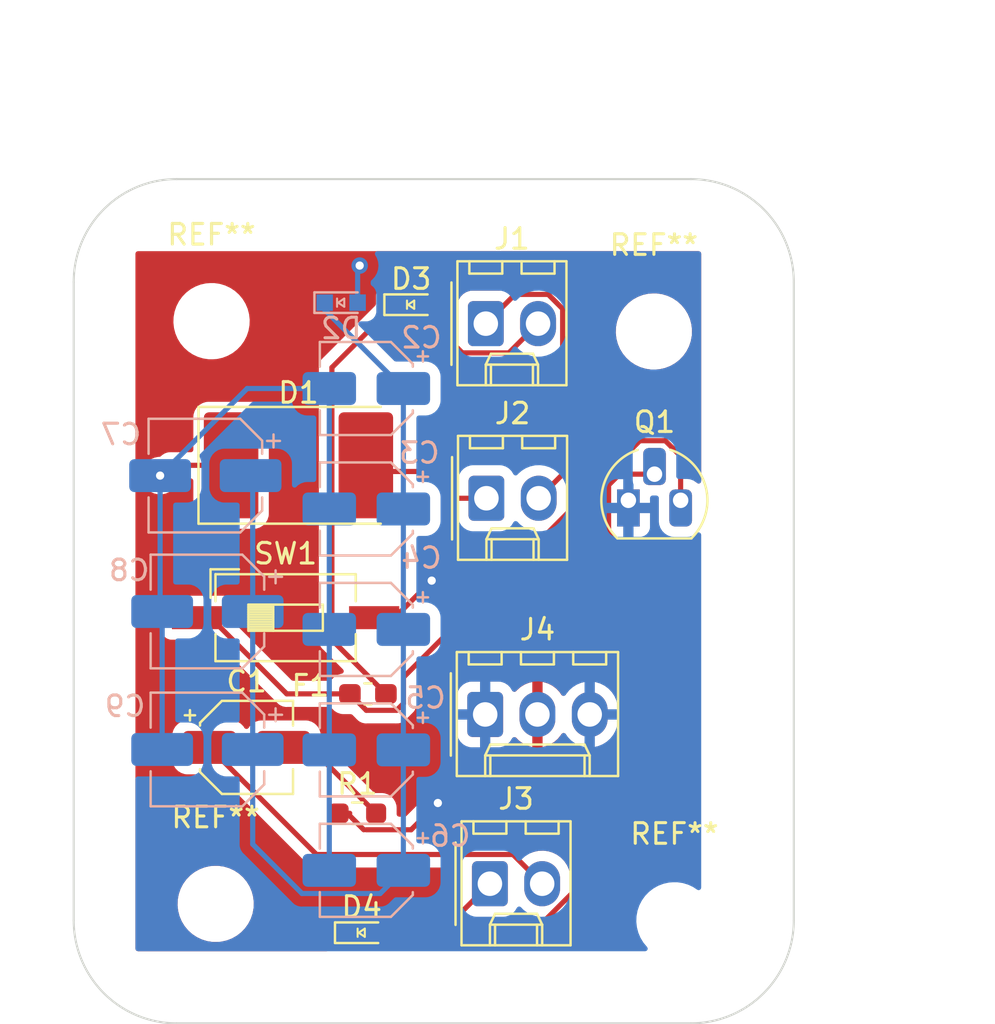
<source format=kicad_pcb>
(kicad_pcb (version 20221018) (generator pcbnew)
  (title_block (title "Template") (date "2022-08-16") (rev "0.0") (company "Illini Solar Car") (comment 1 "Designed By: Your Name"))
  (layers (0 "F.Cu" signal) (31 "B.Cu" signal) (34 "B.Paste" user) (35 "F.Paste" user) (36 "B.SilkS" user "B.Silkscreen") (37 "F.SilkS" user "F.Silkscreen") (38 "B.Mask" user) (39 "F.Mask" user) (44 "Edge.Cuts" user))
  (net 0 "")
  (net 1 "Net-(J3-Pin_2)")
  (net 2 "Net-(C1-Pad2)")
  (net 3 "+24V")
  (net 4 "Net-(D1-K)")
  (net 5 "Net-(D1-A)")
  (net 6 "Net-(D2-K)")
  (net 7 "Net-(D3-K)")
  (net 8 "/HORN_IN")
  (net 9 "/HORN_CTL")
  (net 10 "Net-(D4-A)")
  (net 11 "Net-(Q1-B1)")
  (net 12 "Net-(J1-Pin_1)")
  (net 13 "GND")
  (footprint "layout:LED_0603_Symbol_on_F.SilkS" (layer "F.Cu") (at 126.4 68.1)
    (fp_text reference "D3" (at 0 -1.25) (layer "F.SilkS"))
    (fp_text value "Debug LED2")
    (fp_line (start -1.3 -0.5) (end -1.3 0.5) (stroke (width 0.12)) (layer "F.SilkS"))
    (fp_line (start -1.3 -0.5) (end 0.8 -0.5) (stroke (width 0.12)) (layer "F.SilkS"))
    (fp_line (start -1.3 0.5) (end 0.8 0.5) (stroke (width 0.12)) (layer "F.SilkS"))
    (fp_line (start -0.2 -0.2) (end -0.2 0.2) (stroke (width 0.1)) (layer "F.SilkS"))
    (fp_line (start -0.15 0) (end 0.15 -0.2) (stroke (width 0.1)) (layer "F.SilkS"))
    (fp_line (start 0.15 -0.2) (end 0.15 0.2) (stroke (width 0.1)) (layer "F.SilkS"))
    (fp_line (start 0.15 0.2) (end -0.15 0) (stroke (width 0.1)) (layer "F.SilkS"))
    (pad "1" smd rect (at -0.8 0 180) (size 0.8 0.8) (layers "F.Cu" "F.Paste" "F.Mask") (net 7 "Net-(D3-K)"))
    (pad "2" smd rect (at 0.8 0 180) (size 0.8 0.8) (layers "F.Cu" "F.Paste" "F.Mask") (net 8 "/HORN_IN"))
  )
  (footprint "Capacitor_SMD:CP_Elec_4x3" (layer "F.Cu") (at 118.4 89.6)
    (fp_text reference "C1" (at 0 -3.2) (layer "F.SilkS"))
    (fp_text value ".1 uF")
    (fp_line (start -3 -1.56) (end -2.5 -1.56) (stroke (width 0.12)) (layer "F.SilkS"))
    (fp_line (start -2.75 -1.81) (end -2.75 -1.31) (stroke (width 0.12)) (layer "F.SilkS"))
    (fp_line (start -2.26 -1.195563) (end -2.26 -1.06) (stroke (width 0.12)) (layer "F.SilkS"))
    (fp_line (start -2.26 -1.195563) (end -1.195563 -2.26) (stroke (width 0.12)) (layer "F.SilkS"))
    (fp_line (start -2.26 1.195563) (end -2.26 1.06) (stroke (width 0.12)) (layer "F.SilkS"))
    (fp_line (start -2.26 1.195563) (end -1.195563 2.26) (stroke (width 0.12)) (layer "F.SilkS"))
    (fp_line (start -1.195563 -2.26) (end 2.26 -2.26) (stroke (width 0.12)) (layer "F.SilkS"))
    (fp_line (start -1.195563 2.26) (end 2.26 2.26) (stroke (width 0.12)) (layer "F.SilkS"))
    (fp_line (start 2.26 -2.26) (end 2.26 -1.06) (stroke (width 0.12)) (layer "F.SilkS"))
    (fp_line (start 2.26 2.26) (end 2.26 1.06) (stroke (width 0.12)) (layer "F.SilkS"))
    (pad "1" smd roundrect (at -1.8 0) (size 2.6 1.6) (layers "F.Cu" "F.Paste" "F.Mask") (roundrect_rratio 0.15625) (net 1 "Net-(J3-Pin_2)"))
    (pad "2" smd roundrect (at 1.8 0) (size 2.6 1.6) (layers "F.Cu" "F.Paste" "F.Mask") (roundrect_rratio 0.15625) (net 2 "Net-(C1-Pad2)"))
  )
  (footprint "MountingHole:MountingHole_3.2mm_M3" (layer "F.Cu") (at 116.9 97.2)
    (fp_text reference "REF**" (at 0 -4.2) (layer "F.SilkS"))
    (fp_text value "MountingHole_3.2mm_M3")
    (pad "" np_thru_hole circle (at 0 0) (size 3.2 3.2) (drill 3.2) (layers "*.Cu" "*.Mask"))
  )
  (footprint "layout:LED_0603_Symbol_on_F.SilkS" (layer "F.Cu") (at 124 98.6)
    (fp_text reference "D4" (at 0 -1.25) (layer "F.SilkS"))
    (fp_text value "Debug LED3")
    (fp_line (start -1.3 -0.5) (end -1.3 0.5) (stroke (width 0.12)) (layer "F.SilkS"))
    (fp_line (start -1.3 -0.5) (end 0.8 -0.5) (stroke (width 0.12)) (layer "F.SilkS"))
    (fp_line (start -1.3 0.5) (end 0.8 0.5) (stroke (width 0.12)) (layer "F.SilkS"))
    (fp_line (start -0.2 -0.2) (end -0.2 0.2) (stroke (width 0.1)) (layer "F.SilkS"))
    (fp_line (start -0.15 0) (end 0.15 -0.2) (stroke (width 0.1)) (layer "F.SilkS"))
    (fp_line (start 0.15 -0.2) (end 0.15 0.2) (stroke (width 0.1)) (layer "F.SilkS"))
    (fp_line (start 0.15 0.2) (end -0.15 0) (stroke (width 0.1)) (layer "F.SilkS"))
    (pad "1" smd rect (at -0.8 0 180) (size 0.8 0.8) (layers "F.Cu" "F.Paste" "F.Mask") (net 9 "/HORN_CTL"))
    (pad "2" smd rect (at 0.8 0 180) (size 0.8 0.8) (layers "F.Cu" "F.Paste" "F.Mask") (net 10 "Net-(D4-A)"))
  )
  (footprint "Fuse:Fuse_0603_1608Metric_Pad1.05x0.95mm_HandSolder" (layer "F.Cu") (at 124.3 87)
    (fp_text reference "F1" (at -2.8 -0.4) (layer "F.SilkS"))
    (fp_text value "2A")
    (fp_line (start -0.171267 -0.51) (end 0.171267 -0.51) (stroke (width 0.12)) (layer "F.SilkS"))
    (fp_line (start -0.171267 0.51) (end 0.171267 0.51) (stroke (width 0.12)) (layer "F.SilkS"))
    (pad "1" smd roundrect (at -0.875 0) (size 1.05 0.95) (layers "F.Cu" "F.Paste" "F.Mask") (net 11 "Net-(Q1-B1)"))
    (pad "2" smd roundrect (at 0.875 0) (size 1.05 0.95) (layers "F.Cu" "F.Paste" "F.Mask") (net 7 "Net-(D3-K)"))
  )
  (footprint "Connector_Molex:Molex_KK-254_AE-6410-02A_1x02_P2.54mm_Vertical" (layer "F.Cu") (at 130.06 77.5)
    (fp_text reference "J2" (at 1.27 -4.12) (layer "F.SilkS"))
    (fp_text value "Horn 2")
    (fp_line (start -1.67 -2) (end -1.67 2) (stroke (width 0.12)) (layer "F.SilkS"))
    (fp_line (start -1.38 -3.03) (end -1.38 2.99) (stroke (width 0.12)) (layer "F.SilkS"))
    (fp_line (start -1.38 2.99) (end 3.92 2.99) (stroke (width 0.12)) (layer "F.SilkS"))
    (fp_line (start -0.8 -3.03) (end -0.8 -2.43) (stroke (width 0.12)) (layer "F.SilkS"))
    (fp_line (start -0.8 -2.43) (end 0.8 -2.43) (stroke (width 0.12)) (layer "F.SilkS"))
    (fp_line (start 0 1.99) (end 0.25 1.46) (stroke (width 0.12)) (layer "F.SilkS"))
    (fp_line (start 0 1.99) (end 2.54 1.99) (stroke (width 0.12)) (layer "F.SilkS"))
    (fp_line (start 0 2.99) (end 0 1.99) (stroke (width 0.12)) (layer "F.SilkS"))
    (fp_line (start 0.25 1.46) (end 2.29 1.46) (stroke (width 0.12)) (layer "F.SilkS"))
    (fp_line (start 0.25 2.99) (end 0.25 1.99) (stroke (width 0.12)) (layer "F.SilkS"))
    (fp_line (start 0.8 -2.43) (end 0.8 -3.03) (stroke (width 0.12)) (layer "F.SilkS"))
    (fp_line (start 1.74 -3.03) (end 1.74 -2.43) (stroke (width 0.12)) (layer "F.SilkS"))
    (fp_line (start 1.74 -2.43) (end 3.34 -2.43) (stroke (width 0.12)) (layer "F.SilkS"))
    (fp_line (start 2.29 1.46) (end 2.54 1.99) (stroke (width 0.12)) (layer "F.SilkS"))
    (fp_line (start 2.29 2.99) (end 2.29 1.99) (stroke (width 0.12)) (layer "F.SilkS"))
    (fp_line (start 2.54 1.99) (end 2.54 2.99) (stroke (width 0.12)) (layer "F.SilkS"))
    (fp_line (start 3.34 -2.43) (end 3.34 -3.03) (stroke (width 0.12)) (layer "F.SilkS"))
    (fp_line (start 3.92 -3.03) (end -1.38 -3.03) (stroke (width 0.12)) (layer "F.SilkS"))
    (fp_line (start 3.92 2.99) (end 3.92 -3.03) (stroke (width 0.12)) (layer "F.SilkS"))
    (pad "1" thru_hole roundrect (at 0 0) (size 1.74 2.19) (drill 1.19) (layers "*.Cu" "*.Mask") (roundrect_rratio 0.1436781609) (net 5 "Net-(D1-A)"))
    (pad "2" thru_hole oval (at 2.54 0) (size 1.74 2.19) (drill 1.19) (layers "*.Cu" "*.Mask") (net 12 "Net-(J1-Pin_1)"))
  )
  (footprint "MountingHole:MountingHole_3.2mm_M3" (layer "F.Cu") (at 138.2 69.4)
    (fp_text reference "REF**" (at 0 -4.2) (layer "F.SilkS"))
    (fp_text value "MountingHole_3.2mm_M3")
    (pad "" np_thru_hole circle (at 0 0) (size 3.2 3.2) (drill 3.2) (layers "*.Cu" "*.Mask"))
  )
  (footprint "Resistor_SMD:R_0603_1608Metric_Pad0.98x0.95mm_HandSolder" (layer "F.Cu") (at 123.7875 92.8)
    (fp_text reference "R1" (at 0 -1.43) (layer "F.SilkS"))
    (fp_text value "1000 ohm")
    (fp_line (start -0.254724 -0.5225) (end 0.254724 -0.5225) (stroke (width 0.12)) (layer "F.SilkS"))
    (fp_line (start -0.254724 0.5225) (end 0.254724 0.5225) (stroke (width 0.12)) (layer "F.SilkS"))
    (pad "1" smd roundrect (at -0.9125 0) (size 0.975 0.95) (layers "F.Cu" "F.Paste" "F.Mask") (net 13 "GND"))
    (pad "2" smd roundrect (at 0.9125 0) (size 0.975 0.95) (layers "F.Cu" "F.Paste" "F.Mask") (net 2 "Net-(C1-Pad2)"))
  )
  (footprint "MountingHole:MountingHole_3.2mm_M3" (layer "F.Cu") (at 139.2 98)
    (fp_text reference "REF**" (at 0 -4.2) (layer "F.SilkS"))
    (fp_text value "MountingHole_3.2mm_M3")
    (pad "" np_thru_hole circle (at 0 0) (size 3.2 3.2) (drill 3.2) (layers "*.Cu" "*.Mask"))
  )
  (footprint "Connector_Molex:Molex_KK-254_AE-6410-02A_1x02_P2.54mm_Vertical" (layer "F.Cu") (at 130.23 96.22)
    (fp_text reference "J3" (at 1.27 -4.12) (layer "F.SilkS"))
    (fp_text value "Horn Control")
    (fp_line (start -1.67 -2) (end -1.67 2) (stroke (width 0.12)) (layer "F.SilkS"))
    (fp_line (start -1.38 -3.03) (end -1.38 2.99) (stroke (width 0.12)) (layer "F.SilkS"))
    (fp_line (start -1.38 2.99) (end 3.92 2.99) (stroke (width 0.12)) (layer "F.SilkS"))
    (fp_line (start -0.8 -3.03) (end -0.8 -2.43) (stroke (width 0.12)) (layer "F.SilkS"))
    (fp_line (start -0.8 -2.43) (end 0.8 -2.43) (stroke (width 0.12)) (layer "F.SilkS"))
    (fp_line (start 0 1.99) (end 0.25 1.46) (stroke (width 0.12)) (layer "F.SilkS"))
    (fp_line (start 0 1.99) (end 2.54 1.99) (stroke (width 0.12)) (layer "F.SilkS"))
    (fp_line (start 0 2.99) (end 0 1.99) (stroke (width 0.12)) (layer "F.SilkS"))
    (fp_line (start 0.25 1.46) (end 2.29 1.46) (stroke (width 0.12)) (layer "F.SilkS"))
    (fp_line (start 0.25 2.99) (end 0.25 1.99) (stroke (width 0.12)) (layer "F.SilkS"))
    (fp_line (start 0.8 -2.43) (end 0.8 -3.03) (stroke (width 0.12)) (layer "F.SilkS"))
    (fp_line (start 1.74 -3.03) (end 1.74 -2.43) (stroke (width 0.12)) (layer "F.SilkS"))
    (fp_line (start 1.74 -2.43) (end 3.34 -2.43) (stroke (width 0.12)) (layer "F.SilkS"))
    (fp_line (start 2.29 1.46) (end 2.54 1.99) (stroke (width 0.12)) (layer "F.SilkS"))
    (fp_line (start 2.29 2.99) (end 2.29 1.99) (stroke (width 0.12)) (layer "F.SilkS"))
    (fp_line (start 2.54 1.99) (end 2.54 2.99) (stroke (width 0.12)) (layer "F.SilkS"))
    (fp_line (start 3.34 -2.43) (end 3.34 -3.03) (stroke (width 0.12)) (layer "F.SilkS"))
    (fp_line (start 3.92 -3.03) (end -1.38 -3.03) (stroke (width 0.12)) (layer "F.SilkS"))
    (fp_line (start 3.92 2.99) (end 3.92 -3.03) (stroke (width 0.12)) (layer "F.SilkS"))
    (pad "1" thru_hole roundrect (at 0 0) (size 1.74 2.19) (drill 1.19) (layers "*.Cu" "*.Mask") (roundrect_rratio 0.1436781609) (net 10 "Net-(D4-A)"))
    (pad "2" thru_hole oval (at 2.54 0) (size 1.74 2.19) (drill 1.19) (layers "*.Cu" "*.Mask") (net 1 "Net-(J3-Pin_2)"))
  )
  (footprint "Connector_Molex:Molex_KK-254_AE-6410-02A_1x02_P2.54mm_Vertical" (layer "F.Cu") (at 130.03 69.02)
    (fp_text reference "J1" (at 1.27 -4.12) (layer "F.SilkS"))
    (fp_text value "Horn 1")
    (fp_line (start -1.67 -2) (end -1.67 2) (stroke (width 0.12)) (layer "F.SilkS"))
    (fp_line (start -1.38 -3.03) (end -1.38 2.99) (stroke (width 0.12)) (layer "F.SilkS"))
    (fp_line (start -1.38 2.99) (end 3.92 2.99) (stroke (width 0.12)) (layer "F.SilkS"))
    (fp_line (start -0.8 -3.03) (end -0.8 -2.43) (stroke (width 0.12)) (layer "F.SilkS"))
    (fp_line (start -0.8 -2.43) (end 0.8 -2.43) (stroke (width 0.12)) (layer "F.SilkS"))
    (fp_line (start 0 1.99) (end 0.25 1.46) (stroke (width 0.12)) (layer "F.SilkS"))
    (fp_line (start 0 1.99) (end 2.54 1.99) (stroke (width 0.12)) (layer "F.SilkS"))
    (fp_line (start 0 2.99) (end 0 1.99) (stroke (width 0.12)) (layer "F.SilkS"))
    (fp_line (start 0.25 1.46) (end 2.29 1.46) (stroke (width 0.12)) (layer "F.SilkS"))
    (fp_line (start 0.25 2.99) (end 0.25 1.99) (stroke (width 0.12)) (layer "F.SilkS"))
    (fp_line (start 0.8 -2.43) (end 0.8 -3.03) (stroke (width 0.12)) (layer "F.SilkS"))
    (fp_line (start 1.74 -3.03) (end 1.74 -2.43) (stroke (width 0.12)) (layer "F.SilkS"))
    (fp_line (start 1.74 -2.43) (end 3.34 -2.43) (stroke (width 0.12)) (layer "F.SilkS"))
    (fp_line (start 2.29 1.46) (end 2.54 1.99) (stroke (width 0.12)) (layer "F.SilkS"))
    (fp_line (start 2.29 2.99) (end 2.29 1.99) (stroke (width 0.12)) (layer "F.SilkS"))
    (fp_line (start 2.54 1.99) (end 2.54 2.99) (stroke (width 0.12)) (layer "F.SilkS"))
    (fp_line (start 3.34 -2.43) (end 3.34 -3.03) (stroke (width 0.12)) (layer "F.SilkS"))
    (fp_line (start 3.92 -3.03) (end -1.38 -3.03) (stroke (width 0.12)) (layer "F.SilkS"))
    (fp_line (start 3.92 2.99) (end 3.92 -3.03) (stroke (width 0.12)) (layer "F.SilkS"))
    (pad "1" thru_hole roundrect (at 0 0) (size 1.74 2.19) (drill 1.19) (layers "*.Cu" "*.Mask") (roundrect_rratio 0.1436781609) (net 12 "Net-(J1-Pin_1)"))
    (pad "2" thru_hole oval (at 2.54 0) (size 1.74 2.19) (drill 1.19) (layers "*.Cu" "*.Mask") (net 8 "/HORN_IN"))
  )
  (footprint "Button_Switch_SMD:SW_DIP_SPSTx01_Slide_6.7x4.1mm_W8.61mm_P2.54mm_LowProfile" (layer "F.Cu") (at 120.3 83.3)
    (fp_text reference "SW1" (at 0 -3.11) (layer "F.SilkS"))
    (fp_text value "Debug Switch")
    (fp_line (start -3.65 -2.35) (end -3.65 -0.967) (stroke (width 0.12)) (layer "F.SilkS"))
    (fp_line (start -3.65 -2.35) (end -2.267 -2.35) (stroke (width 0.12)) (layer "F.SilkS"))
    (fp_line (start -3.41 -2.11) (end -3.41 -0.8) (stroke (width 0.12)) (layer "F.SilkS"))
    (fp_line (start -3.41 -2.11) (end 3.41 -2.11) (stroke (width 0.12)) (layer "F.SilkS"))
    (fp_line (start -3.41 0.8) (end -3.41 2.11) (stroke (width 0.12)) (layer "F.SilkS"))
    (fp_line (start -3.41 2.11) (end 3.41 2.11) (stroke (width 0.12)) (layer "F.SilkS"))
    (fp_line (start -1.81 -0.635) (end -1.81 0.635) (stroke (width 0.12)) (layer "F.SilkS"))
    (fp_line (start -1.81 -0.515) (end -0.603333 -0.515) (stroke (width 0.12)) (layer "F.SilkS"))
    (fp_line (start -1.81 -0.395) (end -0.603333 -0.395) (stroke (width 0.12)) (layer "F.SilkS"))
    (fp_line (start -1.81 -0.275) (end -0.603333 -0.275) (stroke (width 0.12)) (layer "F.SilkS"))
    (fp_line (start -1.81 -0.155) (end -0.603333 -0.155) (stroke (width 0.12)) (layer "F.SilkS"))
    (fp_line (start -1.81 -0.035) (end -0.603333 -0.035) (stroke (width 0.12)) (layer "F.SilkS"))
    (fp_line (start -1.81 0.085) (end -0.603333 0.085) (stroke (width 0.12)) (layer "F.SilkS"))
    (fp_line (start -1.81 0.205) (end -0.603333 0.205) (stroke (width 0.12)) (layer "F.SilkS"))
    (fp_line (start -1.81 0.325) (end -0.603333 0.325) (stroke (width 0.12)) (layer "F.SilkS"))
    (fp_line (start -1.81 0.445) (end -0.603333 0.445) (stroke (width 0.12)) (layer "F.SilkS"))
    (fp_line (start -1.81 0.565) (end -0.603333 0.565) (stroke (width 0.12)) (layer "F.SilkS"))
    (fp_line (start -1.81 0.635) (end 1.81 0.635) (stroke (width 0.12)) (layer "F.SilkS"))
    (fp_line (start -0.603333 -0.635) (end -0.603333 0.635) (stroke (width 0.12)) (layer "F.SilkS"))
    (fp_line (start 1.81 -0.635) (end -1.81 -0.635) (stroke (width 0.12)) (layer "F.SilkS"))
    (fp_line (start 1.81 0.635) (end 1.81 -0.635) (stroke (width 0.12)) (layer "F.SilkS"))
    (fp_line (start 3.41 -2.11) (end 3.41 -0.8) (stroke (width 0.12)) (layer "F.SilkS"))
    (fp_line (start 3.41 0.8) (end 3.41 2.11) (stroke (width 0.12)) (layer "F.SilkS"))
    (pad "1" smd rect (at -4.305 0) (size 2.44 1.12) (layers "F.Cu" "F.Paste" "F.Mask") (net 11 "Net-(Q1-B1)"))
    (pad "2" smd rect (at 4.305 0) (size 2.44 1.12) (layers "F.Cu" "F.Paste" "F.Mask") (net 13 "GND"))
  )
  (footprint "MountingHole:MountingHole_3.2mm_M3" (layer "F.Cu") (at 116.7 68.9)
    (fp_text reference "REF**" (at 0 -4.2) (layer "F.SilkS"))
    (fp_text value "MountingHole_3.2mm_M3")
    (pad "" np_thru_hole circle (at 0 0) (size 3.2 3.2) (drill 3.2) (layers "*.Cu" "*.Mask"))
  )
  (footprint "Diode_SMD:D_3220_8050Metric_Pad2.65x5.15mm_HandSolder" (layer "F.Cu") (at 120.925 75.9)
    (fp_text reference "D1" (at 0 -3.52) (layer "F.SilkS"))
    (fp_text value "Rectifier Diode")
    (fp_line (start -4.86 -2.835) (end -4.86 2.835) (stroke (width 0.12)) (layer "F.SilkS"))
    (fp_line (start -4.86 2.835) (end 4 2.835) (stroke (width 0.12)) (layer "F.SilkS"))
    (fp_line (start 4 -2.835) (end -4.86 -2.835) (stroke (width 0.12)) (layer "F.SilkS"))
    (pad "1" smd roundrect (at -3.275 0) (size 2.65 5.15) (layers "F.Cu" "F.Paste" "F.Mask") (roundrect_rratio 0.09434) (net 4 "Net-(D1-K)"))
    (pad "2" smd roundrect (at 3.275 0) (size 2.65 5.15) (layers "F.Cu" "F.Paste" "F.Mask") (roundrect_rratio 0.09434) (net 5 "Net-(D1-A)"))
  )
  (footprint "Connector_Molex:Molex_KK-254_AE-6410-03A_1x03_P2.54mm_Vertical" (layer "F.Cu") (at 130 88)
    (fp_text reference "J4" (at 2.54 -4.12) (layer "F.SilkS"))
    (fp_text value "Power")
    (fp_line (start -1.67 -2) (end -1.67 2) (stroke (width 0.12)) (layer "F.SilkS"))
    (fp_line (start -1.38 -3.03) (end -1.38 2.99) (stroke (width 0.12)) (layer "F.SilkS"))
    (fp_line (start -1.38 2.99) (end 6.46 2.99) (stroke (width 0.12)) (layer "F.SilkS"))
    (fp_line (start -0.8 -3.03) (end -0.8 -2.43) (stroke (width 0.12)) (layer "F.SilkS"))
    (fp_line (start -0.8 -2.43) (end 0.8 -2.43) (stroke (width 0.12)) (layer "F.SilkS"))
    (fp_line (start 0 1.99) (end 0.25 1.46) (stroke (width 0.12)) (layer "F.SilkS"))
    (fp_line (start 0 1.99) (end 5.08 1.99) (stroke (width 0.12)) (layer "F.SilkS"))
    (fp_line (start 0 2.99) (end 0 1.99) (stroke (width 0.12)) (layer "F.SilkS"))
    (fp_line (start 0.25 1.46) (end 4.83 1.46) (stroke (width 0.12)) (layer "F.SilkS"))
    (fp_line (start 0.25 2.99) (end 0.25 1.99) (stroke (width 0.12)) (layer "F.SilkS"))
    (fp_line (start 0.8 -2.43) (end 0.8 -3.03) (stroke (width 0.12)) (layer "F.SilkS"))
    (fp_line (start 1.74 -3.03) (end 1.74 -2.43) (stroke (width 0.12)) (layer "F.SilkS"))
    (fp_line (start 1.74 -2.43) (end 3.34 -2.43) (stroke (width 0.12)) (layer "F.SilkS"))
    (fp_line (start 3.34 -2.43) (end 3.34 -3.03) (stroke (width 0.12)) (layer "F.SilkS"))
    (fp_line (start 4.28 -3.03) (end 4.28 -2.43) (stroke (width 0.12)) (layer "F.SilkS"))
    (fp_line (start 4.28 -2.43) (end 5.88 -2.43) (stroke (width 0.12)) (layer "F.SilkS"))
    (fp_line (start 4.83 1.46) (end 5.08 1.99) (stroke (width 0.12)) (layer "F.SilkS"))
    (fp_line (start 4.83 2.99) (end 4.83 1.99) (stroke (width 0.12)) (layer "F.SilkS"))
    (fp_line (start 5.08 1.99) (end 5.08 2.99) (stroke (width 0.12)) (layer "F.SilkS"))
    (fp_line (start 5.88 -2.43) (end 5.88 -3.03) (stroke (width 0.12)) (layer "F.SilkS"))
    (fp_line (start 6.46 -3.03) (end -1.38 -3.03) (stroke (width 0.12)) (layer "F.SilkS"))
    (fp_line (start 6.46 2.99) (end 6.46 -3.03) (stroke (width 0.12)) (layer "F.SilkS"))
    (pad "1" thru_hole roundrect (at 0 0) (size 1.74 2.19) (drill 1.19) (layers "*.Cu" "*.Mask") (roundrect_rratio 0.1436781609) (net 13 "GND"))
    (pad "2" thru_hole oval (at 2.54 0) (size 1.74 2.19) (drill 1.19) (layers "*.Cu" "*.Mask") (net 3 "+24V"))
    (pad "3" thru_hole oval (at 5.08 0) (size 1.74 2.19) (drill 1.19) (layers "*.Cu" "*.Mask") (net 13 "GND"))
  )
  (footprint "Package_TO_SOT_THT:TO-92L_HandSolder" (layer "F.Cu") (at 136.96 77.6)
    (fp_text reference "Q1" (at 1.27 -3.8) (layer "F.SilkS"))
    (fp_text value "N-type transistor")
    (fp_line (start -0.53 1.85) (end 3.07 1.85) (stroke (width 0.12)) (layer "F.SilkS"))
    (fp_arc (start -0.541453 1.842156) (mid -1.247298 -0.581475) (end 0.45 -2.45) (stroke (width 0.12)) (layer "F.SilkS"))
    (fp_arc (start 2.05 -2.45) (mid 3.769931 -0.601036) (end 3.078445 1.827684) (stroke (width 0.12)) (layer "F.SilkS"))
    (pad "1" thru_hole rect (at 0 0) (size 1.1 1.8) (drill 0.75 (offset 0 0.37206)) (layers "*.Cu" "*.Mask") (net 13 "GND"))
    (pad "2" thru_hole roundrect (at 1.27 -1.27) (size 1.1 1.8) (drill 0.75 (offset 0 -0.37206)) (layers "*.Cu" "*.Mask") (net 9 "/HORN_CTL"))
    (pad "3" thru_hole roundrect (at 2.54 0) (size 1.1 1.8) (drill 0.75 (offset 0 0.37206)) (layers "*.Cu" "*.Mask") (net 11 "Net-(Q1-B1)"))
  )
  (footprint "Capacitor_SMD:CP_Elec_4x3" (layer "B.Cu") (at 124.2225 83.87 180)
    (fp_text reference "C4" (at -2.6775 3.47) (layer "B.SilkS") (effects (justify mirror)))
    (fp_text value ".1 uF")
    (fp_line (start -3 1.56) (end -2.5 1.56) (stroke (width 0.12)) (layer "B.SilkS"))
    (fp_line (start -2.75 1.81) (end -2.75 1.31) (stroke (width 0.12)) (layer "B.SilkS"))
    (fp_line (start -2.26 -1.195563) (end -2.26 -1.06) (stroke (width 0.12)) (layer "B.SilkS"))
    (fp_line (start -2.26 -1.195563) (end -1.195563 -2.26) (stroke (width 0.12)) (layer "B.SilkS"))
    (fp_line (start -2.26 1.195563) (end -2.26 1.06) (stroke (width 0.12)) (layer "B.SilkS"))
    (fp_line (start -2.26 1.195563) (end -1.195563 2.26) (stroke (width 0.12)) (layer "B.SilkS"))
    (fp_line (start -1.195563 -2.26) (end 2.26 -2.26) (stroke (width 0.12)) (layer "B.SilkS"))
    (fp_line (start -1.195563 2.26) (end 2.26 2.26) (stroke (width 0.12)) (layer "B.SilkS"))
    (fp_line (start 2.26 -2.26) (end 2.26 -1.06) (stroke (width 0.12)) (layer "B.SilkS"))
    (fp_line (start 2.26 2.26) (end 2.26 1.06) (stroke (width 0.12)) (layer "B.SilkS"))
    (pad "1" smd roundrect (at -1.8 0 180) (size 2.6 1.6) (layers "B.Cu" "B.Paste" "B.Mask") (roundrect_rratio 0.15625) (net 6 "Net-(D2-K)"))
    (pad "2" smd roundrect (at 1.8 0 180) (size 2.6 1.6) (layers "B.Cu" "B.Paste" "B.Mask") (roundrect_rratio 0.15625) (net 4 "Net-(D1-K)"))
  )
  (footprint "Capacitor_SMD:CP_Elec_4x3" (layer "B.Cu") (at 124.2225 78.02 180)
    (fp_text reference "C3" (at -2.5775 2.72) (layer "B.SilkS") (effects (justify mirror)))
    (fp_text value ".1 uF")
    (fp_line (start -3 1.56) (end -2.5 1.56) (stroke (width 0.12)) (layer "B.SilkS"))
    (fp_line (start -2.75 1.81) (end -2.75 1.31) (stroke (width 0.12)) (layer "B.SilkS"))
    (fp_line (start -2.26 -1.195563) (end -2.26 -1.06) (stroke (width 0.12)) (layer "B.SilkS"))
    (fp_line (start -2.26 -1.195563) (end -1.195563 -2.26) (stroke (width 0.12)) (layer "B.SilkS"))
    (fp_line (start -2.26 1.195563) (end -2.26 1.06) (stroke (width 0.12)) (layer "B.SilkS"))
    (fp_line (start -2.26 1.195563) (end -1.195563 2.26) (stroke (width 0.12)) (layer "B.SilkS"))
    (fp_line (start -1.195563 -2.26) (end 2.26 -2.26) (stroke (width 0.12)) (layer "B.SilkS"))
    (fp_line (start -1.195563 2.26) (end 2.26 2.26) (stroke (width 0.12)) (layer "B.SilkS"))
    (fp_line (start 2.26 -2.26) (end 2.26 -1.06) (stroke (width 0.12)) (layer "B.SilkS"))
    (fp_line (start 2.26 2.26) (end 2.26 1.06) (stroke (width 0.12)) (layer "B.SilkS"))
    (pad "1" smd roundrect (at -1.8 0 180) (size 2.6 1.6) (layers "B.Cu" "B.Paste" "B.Mask") (roundrect_rratio 0.15625) (net 6 "Net-(D2-K)"))
    (pad "2" smd roundrect (at 1.8 0 180) (size 2.6 1.6) (layers "B.Cu" "B.Paste" "B.Mask") (roundrect_rratio 0.15625) (net 4 "Net-(D1-K)"))
  )
  (footprint "Capacitor_SMD:CP_Elec_4x5.4" (layer "B.Cu") (at 124.2225 95.57 180)
    (fp_text reference "C6" (at -4.0775 1.67) (layer "B.SilkS") (effects (justify mirror)))
    (fp_text value "1 uF")
    (fp_line (start -3 1.56) (end -2.5 1.56) (stroke (width 0.12)) (layer "B.SilkS"))
    (fp_line (start -2.75 1.81) (end -2.75 1.31) (stroke (width 0.12)) (layer "B.SilkS"))
    (fp_line (start -2.26 -1.195563) (end -2.26 -1.06) (stroke (width 0.12)) (layer "B.SilkS"))
    (fp_line (start -2.26 -1.195563) (end -1.195563 -2.26) (stroke (width 0.12)) (layer "B.SilkS"))
    (fp_line (start -2.26 1.195563) (end -2.26 1.06) (stroke (width 0.12)) (layer "B.SilkS"))
    (fp_line (start -2.26 1.195563) (end -1.195563 2.26) (stroke (width 0.12)) (layer "B.SilkS"))
    (fp_line (start -1.195563 -2.26) (end 2.26 -2.26) (stroke (width 0.12)) (layer "B.SilkS"))
    (fp_line (start -1.195563 2.26) (end 2.26 2.26) (stroke (width 0.12)) (layer "B.SilkS"))
    (fp_line (start 2.26 -2.26) (end 2.26 -1.06) (stroke (width 0.12)) (layer "B.SilkS"))
    (fp_line (start 2.26 2.26) (end 2.26 1.06) (stroke (width 0.12)) (layer "B.SilkS"))
    (pad "1" smd roundrect (at -1.8 0 180) (size 2.6 1.6) (layers "B.Cu" "B.Paste" "B.Mask") (roundrect_rratio 0.15625) (net 6 "Net-(D2-K)"))
    (pad "2" smd roundrect (at 1.8 0 180) (size 2.6 1.6) (layers "B.Cu" "B.Paste" "B.Mask") (roundrect_rratio 0.15625) (net 4 "Net-(D1-K)"))
  )
  (footprint "layout:LED_0603_Symbol_on_F.SilkS" (layer "B.Cu") (at 123 68)
    (fp_text reference "D2" (at 0 1.25) (layer "B.SilkS") (effects (justify mirror)))
    (fp_text value "Debug LED1")
    (fp_line (start -1.3 -0.5) (end 0.8 -0.5) (stroke (width 0.12)) (layer "B.SilkS"))
    (fp_line (start -1.3 0.5) (end -1.3 -0.5) (stroke (width 0.12)) (layer "B.SilkS"))
    (fp_line (start -1.3 0.5) (end 0.8 0.5) (stroke (width 0.12)) (layer "B.SilkS"))
    (fp_line (start -0.2 0.2) (end -0.2 -0.2) (stroke (width 0.1)) (layer "B.SilkS"))
    (fp_line (start -0.15 0) (end 0.15 0.2) (stroke (width 0.1)) (layer "B.SilkS"))
    (fp_line (start 0.15 -0.2) (end -0.15 0) (stroke (width 0.1)) (layer "B.SilkS"))
    (fp_line (start 0.15 0.2) (end 0.15 -0.2) (stroke (width 0.1)) (layer "B.SilkS"))
    (pad "1" smd rect (at -0.8 0 180) (size 0.8 0.8) (layers "B.Cu" "B.Paste" "B.Mask") (net 6 "Net-(D2-K)"))
    (pad "2" smd rect (at 0.8 0 180) (size 0.8 0.8) (layers "B.Cu" "B.Paste" "B.Mask") (net 3 "+24V"))
  )
  (footprint "Capacitor_SMD:CP_Elec_4x5.4" (layer "B.Cu") (at 124.2225 89.72 180)
    (fp_text reference "C5" (at -2.8775 2.52) (layer "B.SilkS") (effects (justify mirror)))
    (fp_text value "1 uF")
    (fp_line (start -3 1.56) (end -2.5 1.56) (stroke (width 0.12)) (layer "B.SilkS"))
    (fp_line (start -2.75 1.81) (end -2.75 1.31) (stroke (width 0.12)) (layer "B.SilkS"))
    (fp_line (start -2.26 -1.195563) (end -2.26 -1.06) (stroke (width 0.12)) (layer "B.SilkS"))
    (fp_line (start -2.26 -1.195563) (end -1.195563 -2.26) (stroke (width 0.12)) (layer "B.SilkS"))
    (fp_line (start -2.26 1.195563) (end -2.26 1.06) (stroke (width 0.12)) (layer "B.SilkS"))
    (fp_line (start -2.26 1.195563) (end -1.195563 2.26) (stroke (width 0.12)) (layer "B.SilkS"))
    (fp_line (start -1.195563 -2.26) (end 2.26 -2.26) (stroke (width 0.12)) (layer "B.SilkS"))
    (fp_line (start -1.195563 2.26) (end 2.26 2.26) (stroke (width 0.12)) (layer "B.SilkS"))
    (fp_line (start 2.26 -2.26) (end 2.26 -1.06) (stroke (width 0.12)) (layer "B.SilkS"))
    (fp_line (start 2.26 2.26) (end 2.26 1.06) (stroke (width 0.12)) (layer "B.SilkS"))
    (pad "1" smd roundrect (at -1.8 0 180) (size 2.6 1.6) (layers "B.Cu" "B.Paste" "B.Mask") (roundrect_rratio 0.15625) (net 6 "Net-(D2-K)"))
    (pad "2" smd roundrect (at 1.8 0 180) (size 2.6 1.6) (layers "B.Cu" "B.Paste" "B.Mask") (roundrect_rratio 0.15625) (net 4 "Net-(D1-K)"))
  )
  (footprint "Capacitor_SMD:CP_Elec_5x4.4" (layer "B.Cu") (at 116.4 76.4 180)
    (fp_text reference "C7" (at 4.1 2) (layer "B.SilkS") (effects (justify mirror)))
    (fp_text value "10 uF")
    (fp_line (start -3.625 1.685) (end -3 1.685) (stroke (width 0.12)) (layer "B.SilkS"))
    (fp_line (start -3.3125 1.9975) (end -3.3125 1.3725) (stroke (width 0.12)) (layer "B.SilkS"))
    (fp_line (start -2.76 -1.695563) (end -2.76 -1.06) (stroke (width 0.12)) (layer "B.SilkS"))
    (fp_line (start -2.76 -1.695563) (end -1.695563 -2.76) (stroke (width 0.12)) (layer "B.SilkS"))
    (fp_line (start -2.76 1.695563) (end -2.76 1.06) (stroke (width 0.12)) (layer "B.SilkS"))
    (fp_line (start -2.76 1.695563) (end -1.695563 2.76) (stroke (width 0.12)) (layer "B.SilkS"))
    (fp_line (start -1.695563 -2.76) (end 2.76 -2.76) (stroke (width 0.12)) (layer "B.SilkS"))
    (fp_line (start -1.695563 2.76) (end 2.76 2.76) (stroke (width 0.12)) (layer "B.SilkS"))
    (fp_line (start 2.76 -2.76) (end 2.76 -1.06) (stroke (width 0.12)) (layer "B.SilkS"))
    (fp_line (start 2.76 2.76) (end 2.76 1.06) (stroke (width 0.12)) (layer "B.SilkS"))
    (pad "1" smd roundrect (at -2.2 0 180) (size 3 1.6) (layers "B.Cu" "B.Paste" "B.Mask") (roundrect_rratio 0.15625) (net 6 "Net-(D2-K)"))
    (pad "2" smd roundrect (at 2.2 0 180) (size 3 1.6) (layers "B.Cu" "B.Paste" "B.Mask") (roundrect_rratio 0.15625) (net 4 "Net-(D1-K)"))
  )
  (footprint "Capacitor_SMD:CP_Elec_5x5.9" (layer "B.Cu") (at 116.5 89.7 180)
    (fp_text reference "C9" (at 4 2.1) (layer "B.SilkS") (effects (justify mirror)))
    (fp_text value "100 uF")
    (fp_line (start -3.625 1.685) (end -3 1.685) (stroke (width 0.12)) (layer "B.SilkS"))
    (fp_line (start -3.3125 1.9975) (end -3.3125 1.3725) (stroke (width 0.12)) (layer "B.SilkS"))
    (fp_line (start -2.76 -1.695563) (end -2.76 -1.06) (stroke (width 0.12)) (layer "B.SilkS"))
    (fp_line (start -2.76 -1.695563) (end -1.695563 -2.76) (stroke (width 0.12)) (layer "B.SilkS"))
    (fp_line (start -2.76 1.695563) (end -2.76 1.06) (stroke (width 0.12)) (layer "B.SilkS"))
    (fp_line (start -2.76 1.695563) (end -1.695563 2.76) (stroke (width 0.12)) (layer "B.SilkS"))
    (fp_line (start -1.695563 -2.76) (end 2.76 -2.76) (stroke (width 0.12)) (layer "B.SilkS"))
    (fp_line (start -1.695563 2.76) (end 2.76 2.76) (stroke (width 0.12)) (layer "B.SilkS"))
    (fp_line (start 2.76 -2.76) (end 2.76 -1.06) (stroke (width 0.12)) (layer "B.SilkS"))
    (fp_line (start 2.76 2.76) (end 2.76 1.06) (stroke (width 0.12)) (layer "B.SilkS"))
    (pad "1" smd roundrect (at -2.2 0 180) (size 3 1.6) (layers "B.Cu" "B.Paste" "B.Mask") (roundrect_rratio 0.15625) (net 6 "Net-(D2-K)"))
    (pad "2" smd roundrect (at 2.2 0 180) (size 3 1.6) (layers "B.Cu" "B.Paste" "B.Mask") (roundrect_rratio 0.15625) (net 4 "Net-(D1-K)"))
  )
  (footprint "Capacitor_SMD:CP_Elec_5x4.4" (layer "B.Cu") (at 116.5 83 180)
    (fp_text reference "C8" (at 3.8 2) (layer "B.SilkS") (effects (justify mirror)))
    (fp_text value "10 uF")
    (fp_line (start -3.625 1.685) (end -3 1.685) (stroke (width 0.12)) (layer "B.SilkS"))
    (fp_line (start -3.3125 1.9975) (end -3.3125 1.3725) (stroke (width 0.12)) (layer "B.SilkS"))
    (fp_line (start -2.76 -1.695563) (end -2.76 -1.06) (stroke (width 0.12)) (layer "B.SilkS"))
    (fp_line (start -2.76 -1.695563) (end -1.695563 -2.76) (stroke (width 0.12)) (layer "B.SilkS"))
    (fp_line (start -2.76 1.695563) (end -2.76 1.06) (stroke (width 0.12)) (layer "B.SilkS"))
    (fp_line (start -2.76 1.695563) (end -1.695563 2.76) (stroke (width 0.12)) (layer "B.SilkS"))
    (fp_line (start -1.695563 -2.76) (end 2.76 -2.76) (stroke (width 0.12)) (layer "B.SilkS"))
    (fp_line (start -1.695563 2.76) (end 2.76 2.76) (stroke (width 0.12)) (layer "B.SilkS"))
    (fp_line (start 2.76 -2.76) (end 2.76 -1.06) (stroke (width 0.12)) (layer "B.SilkS"))
    (fp_line (start 2.76 2.76) (end 2.76 1.06) (stroke (width 0.12)) (layer "B.SilkS"))
    (pad "1" smd roundrect (at -2.2 0 180) (size 3 1.6) (layers "B.Cu" "B.Paste" "B.Mask") (roundrect_rratio 0.15625) (net 6 "Net-(D2-K)"))
    (pad "2" smd roundrect (at 2.2 0 180) (size 3 1.6) (layers "B.Cu" "B.Paste" "B.Mask") (roundrect_rratio 0.15625) (net 4 "Net-(D1-K)"))
  )
  (footprint "Capacitor_SMD:CP_Elec_4x3" (layer "B.Cu") (at 124.2225 72.17 180)
    (fp_text reference "C2" (at -2.6775 2.47) (layer "B.SilkS") (effects (justify mirror)))
    (fp_text value ".1 uF")
    (fp_line (start -3 1.56) (end -2.5 1.56) (stroke (width 0.12)) (layer "B.SilkS"))
    (fp_line (start -2.75 1.81) (end -2.75 1.31) (stroke (width 0.12)) (layer "B.SilkS"))
    (fp_line (start -2.26 -1.195563) (end -2.26 -1.06) (stroke (width 0.12)) (layer "B.SilkS"))
    (fp_line (start -2.26 -1.195563) (end -1.195563 -2.26) (stroke (width 0.12)) (layer "B.SilkS"))
    (fp_line (start -2.26 1.195563) (end -2.26 1.06) (stroke (width 0.12)) (layer "B.SilkS"))
    (fp_line (start -2.26 1.195563) (end -1.195563 2.26) (stroke (width 0.12)) (layer "B.SilkS"))
    (fp_line (start -1.195563 -2.26) (end 2.26 -2.26) (stroke (width 0.12)) (layer "B.SilkS"))
    (fp_line (start -1.195563 2.26) (end 2.26 2.26) (stroke (width 0.12)) (layer "B.SilkS"))
    (fp_line (start 2.26 -2.26) (end 2.26 -1.06) (stroke (width 0.12)) (layer "B.SilkS"))
    (fp_line (start 2.26 2.26) (end 2.26 1.06) (stroke (width 0.12)) (layer "B.SilkS"))
    (pad "1" smd roundrect (at -1.8 0 180) (size 2.6 1.6) (layers "B.Cu" "B.Paste" "B.Mask") (roundrect_rratio 0.15625) (net 6 "Net-(D2-K)"))
    (pad "2" smd roundrect (at 1.8 0 180) (size 2.6 1.6) (layers "B.Cu" "B.Paste" "B.Mask") (roundrect_rratio 0.15625) (net 4 "Net-(D1-K)"))
  )
  (gr_line (start 140 103) (end 115 103) (stroke (width 0.1)) (layer "Edge.Cuts"))
  (gr_arc (start 115 103) (mid 111.464466 101.535534) (end 110 98) (stroke (width 0.1)) (layer "Edge.Cuts"))
  (gr_line (start 110 98) (end 110 67) (stroke (width 0.1)) (layer "Edge.Cuts"))
  (gr_arc (start 140 62) (mid 143.535534 63.464466) (end 145 67) (stroke (width 0.1)) (layer "Edge.Cuts"))
  (gr_line (start 115 62) (end 140 62) (stroke (width 0.1)) (layer "Edge.Cuts"))
  (gr_arc (start 110 67) (mid 111.464466 63.464466) (end 115 62) (stroke (width 0.1)) (layer "Edge.Cuts"))
  (gr_arc (start 145 98) (mid 143.535534 101.535534) (end 140 103) (stroke (width 0.1)) (layer "Edge.Cuts"))
  (gr_line (start 145 67) (end 145 98) (stroke (width 0.1)) (layer "Edge.Cuts"))
  (segment (start 131.35 94.8) (end 132.77 96.22) (width 0.25) (layer "F.Cu") (net 1))
  (segment (start 116.6 89.6) (end 121.8 94.8) (width 0.25) (layer "F.Cu") (net 1))
  (segment (start 121.8 94.8) (end 131.35 94.8) (width 0.25) (layer "F.Cu") (net 1))
  (segment (start 124.7 92.8) (end 121.5 89.6) (width 0.25) (layer "F.Cu") (net 2))
  (segment (start 121.5 89.6) (end 120.2 89.6) (width 0.25) (layer "F.Cu") (net 2))
  (via (at 123.9 66.2) (size 0.8) (drill 0.4) (layers "F.Cu" "B.Cu") (net 3))
  (segment (start 123.9 66.3) (end 123.9 66.2) (width 0.25) (layer "B.Cu") (net 3))
  (segment (start 123.8 68) (end 123.8 66.3) (width 0.25) (layer "B.Cu") (net 3))
  (segment (start 123.8 66.3) (end 123.9 66.2) (width 0.25) (layer "B.Cu") (net 3))
  (segment (start 117.65 75.9) (end 114.7 75.9) (width 0.25) (layer "F.Cu") (net 4))
  (segment (start 114.7 75.9) (end 114.2 76.4) (width 0.25) (layer "F.Cu") (net 4))
  (via (at 114.2 76.4) (size 0.8) (drill 0.4) (layers "F.Cu" "B.Cu") (net 4))
  (segment (start 114.2 76.4) (end 118.43 72.17) (width 0.25) (layer "B.Cu") (net 4))
  (segment (start 114.2 76.4) (end 114.2 82.9) (width 0.25) (layer "B.Cu") (net 4))
  (segment (start 122.4225 89.72) (end 122.4225 95.57) (width 0.25) (layer "B.Cu") (net 4))
  (segment (start 122.4225 83.87) (end 122.4225 89.72) (width 0.25) (layer "B.Cu") (net 4))
  (segment (start 122.4225 78.02) (end 122.4225 83.87) (width 0.25) (layer "B.Cu") (net 4))
  (segment (start 122.4225 72.17) (end 122.4225 78.02) (width 0.25) (layer "B.Cu") (net 4))
  (segment (start 114.3 83) (end 114.3 89.7) (width 0.25) (layer "B.Cu") (net 4))
  (segment (start 118.43 72.17) (end 122.4225 72.17) (width 0.25) (layer "B.Cu") (net 4))
  (segment (start 114.2 82.9) (end 114.3 83) (width 0.25) (layer "B.Cu") (net 4))
  (segment (start 127.2 76.2) (end 124.5 76.2) (width 0.25) (layer "F.Cu") (net 5))
  (segment (start 128.5 77.5) (end 127.2 76.2) (width 0.25) (layer "F.Cu") (net 5))
  (segment (start 130.06 77.5) (end 128.5 77.5) (width 0.25) (layer "F.Cu") (net 5))
  (segment (start 124.5 76.2) (end 124.2 75.9) (width 0.25) (layer "F.Cu") (net 5))
  (segment (start 118.7 94.3) (end 118.7 89.7) (width 0.25) (layer "B.Cu") (net 6))
  (segment (start 126.0225 89.72) (end 126.0225 95.57) (width 0.25) (layer "B.Cu") (net 6))
  (segment (start 122.2 68.3475) (end 126.0225 72.17) (width 0.25) (layer "B.Cu") (net 6))
  (segment (start 126.0225 78.02) (end 126.0225 83.87) (width 0.25) (layer "B.Cu") (net 6))
  (segment (start 126.0225 83.87) (end 126.0225 89.72) (width 0.25) (layer "B.Cu") (net 6))
  (segment (start 121.095 96.695) (end 118.7 94.3) (width 0.25) (layer "B.Cu") (net 6))
  (segment (start 126.0225 95.57) (end 124.8975 96.695) (width 0.25) (layer "B.Cu") (net 6))
  (segment (start 118.7 76.5) (end 118.6 76.4) (width 0.25) (layer "B.Cu") (net 6))
  (segment (start 118.7 89.7) (end 118.7 83) (width 0.25) (layer "B.Cu") (net 6))
  (segment (start 118.7 83) (end 118.7 76.5) (width 0.25) (layer "B.Cu") (net 6))
  (segment (start 126.0225 72.17) (end 126.0225 78.02) (width 0.25) (layer "B.Cu") (net 6))
  (segment (start 124.8975 96.695) (end 121.095 96.695) (width 0.25) (layer "B.Cu") (net 6))
  (segment (start 122.2 68) (end 122.2 68.3475) (width 0.25) (layer "B.Cu") (net 6))
  (segment (start 125.6 68.1) (end 122.55 71.15) (width 0.25) (layer "F.Cu") (net 7))
  (segment (start 122.55 84.375) (end 125.175 87) (width 0.25) (layer "F.Cu") (net 7))
  (segment (start 122.55 71.15) (end 122.55 84.375) (width 0.25) (layer "F.Cu") (net 7))
  (segment (start 127.2 68.75) (end 128.89 70.44) (width 0.25) (layer "F.Cu") (net 8))
  (segment (start 128.89 70.44) (end 131.15 70.44) (width 0.25) (layer "F.Cu") (net 8))
  (segment (start 131.15 70.44) (end 132.57 69.02) (width 0.25) (layer "F.Cu") (net 8))
  (segment (start 127.2 68.1) (end 127.2 68.75) (width 0.25) (layer "F.Cu") (net 8))
  (segment (start 136 76.86) (end 136.53 76.33) (width 0.25) (layer "F.Cu") (net 9))
  (segment (start 123.925 99.325) (end 131.579985 99.325) (width 0.25) (layer "F.Cu") (net 9))
  (segment (start 137.835 93.069985) (end 137.835 80.975) (width 0.25) (layer "F.Cu") (net 9))
  (segment (start 136.53 76.33) (end 138.23 76.33) (width 0.25) (layer "F.Cu") (net 9))
  (segment (start 131.579985 99.325) (end 137.835 93.069985) (width 0.25) (layer "F.Cu") (net 9))
  (segment (start 137.835 80.975) (end 136 79.14) (width 0.25) (layer "F.Cu") (net 9))
  (segment (start 136 79.14) (end 136 76.86) (width 0.25) (layer "F.Cu") (net 9))
  (segment (start 123.2 98.6) (end 123.925 99.325) (width 0.25) (layer "F.Cu") (net 9))
  (segment (start 124.8 98.6) (end 127.85 98.6) (width 0.25) (layer "F.Cu") (net 10))
  (segment (start 127.85 98.6) (end 130.23 96.22) (width 0.25) (layer "F.Cu") (net 10))
  (segment (start 137.518604 74.705) (end 126.025 86.198604) (width 0.25) (layer "F.Cu") (net 11))
  (segment (start 139.5 77.6) (end 139.5 75.451472) (width 0.25) (layer "F.Cu") (net 11))
  (segment (start 139.5 75.451472) (end 138.753528 74.705) (width 0.25) (layer "F.Cu") (net 11))
  (segment (start 126.025 86.198604) (end 126.025 87.470495) (width 0.25) (layer "F.Cu") (net 11))
  (segment (start 115.995 83.3) (end 116.655 83.3) (width 0.25) (layer "F.Cu") (net 11))
  (segment (start 126.025 87.470495) (end 125.695495 87.8) (width 0.25) (layer "F.Cu") (net 11))
  (segment (start 138.753528 74.705) (end 137.518604 74.705) (width 0.25) (layer "F.Cu") (net 11))
  (segment (start 125.695495 87.8) (end 124.225 87.8) (width 0.25) (layer "F.Cu") (net 11))
  (segment (start 124.225 87.8) (end 123.425 87) (width 0.25) (layer "F.Cu") (net 11))
  (segment (start 120.355 87) (end 123.425 87) (width 0.25) (layer "F.Cu") (net 11))
  (segment (start 116.655 83.3) (end 120.355 87) (width 0.25) (layer "F.Cu") (net 11))
  (segment (start 133.765 76.335) (end 132.6 77.5) (width 0.25) (layer "F.Cu") (net 12))
  (segment (start 133.765 68.300015) (end 133.765 76.335) (width 0.25) (layer "F.Cu") (net 12))
  (segment (start 131.45 67.6) (end 133.064985 67.6) (width 0.25) (layer "F.Cu") (net 12))
  (segment (start 130.03 69.02) (end 131.45 67.6) (width 0.25) (layer "F.Cu") (net 12))
  (segment (start 133.064985 67.6) (end 133.765 68.300015) (width 0.25) (layer "F.Cu") (net 12))
  (segment (start 122.875 92.8) (end 123.417005 92.8) (width 0.25) (layer "F.Cu") (net 13))
  (segment (start 123.3 92.8) (end 124.1 93.6) (width 0.25) (layer "F.Cu") (net 13))
  (segment (start 125.6 83.3) (end 127.4 81.5) (width 0.25) (layer "F.Cu") (net 13))
  (segment (start 124.605 83.3) (end 125.6 83.3) (width 0.25) (layer "F.Cu") (net 13))
  (segment (start 126.4 93.6) (end 127.7 92.3) (width 0.25) (layer "F.Cu") (net 13))
  (segment (start 124.217005 93.6) (end 126.4 93.6) (width 0.25) (layer "F.Cu") (net 13))
  (via (at 127.4 81.5) (size 0.8) (drill 0.4) (layers "F.Cu" "B.Cu") (net 13))
  (via (at 127.7 92.3) (size 0.8) (drill 0.4) (layers "F.Cu" "B.Cu") (net 13))
  (zone (net 3) (net_name "+24V") (layer "F.Cu") (connect_pads (clearance 0.508)) (min_thickness 0.25) (fill yes (thermal_gap 0.5) (thermal_bridge_width 0.5))
    (polygon (pts (xy 140.5 99.5) (xy 113 99.5) (xy 113 65.5) (xy 140.5 65.5)))
  )
  (zone (net 13) (net_name "GND") (layer "B.Cu") (priority 1) (connect_pads (clearance 0.508)) (min_thickness 0.25) (fill yes (thermal_gap 0.5) (thermal_bridge_width 0.5))
    (polygon (pts (xy 140.5 99.5) (xy 113 99.5) (xy 113 65.5) (xy 140.5 65.5)))
  )
)
</source>
